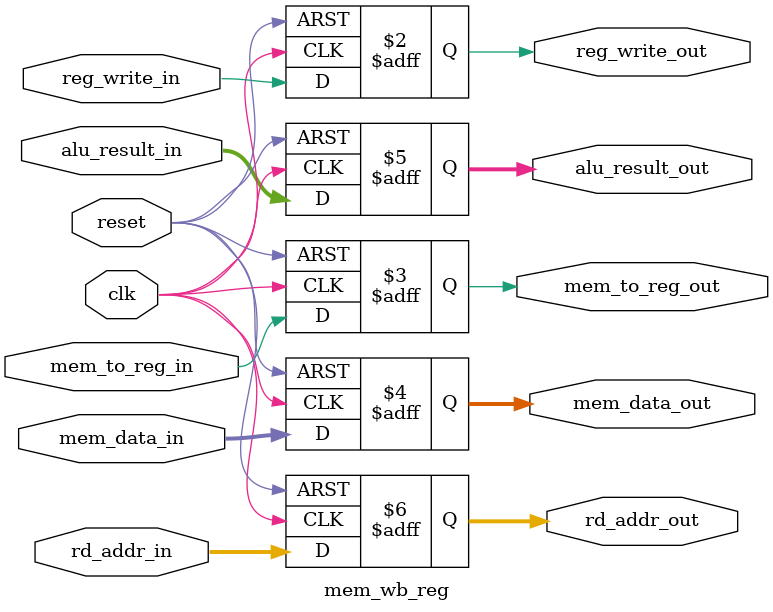
<source format=v>

module if_id_reg (
    input wire clk, reset, flush, stall,
    input wire [7:0] pc_in,
    input wire [15:0] instr_in,
    output reg [7:0] pc_out,
    output reg [15:0] instr_out
);
    always @(posedge clk or posedge reset) begin
        if (reset || flush) begin
            pc_out <= 0; instr_out <= 0;
        end else if (!stall) begin
            pc_out <= pc_in; instr_out <= instr_in;
        end
    end
endmodule

module id_ex_reg (
    input wire clk, reset,
    input wire reg_write_in, mem_read_in, mem_write_in, alu_src_in, mem_to_reg_in,
    input wire [3:0] alu_control_in,
    input wire [7:0] pc_in, reg1_data_in, reg2_data_in, imm_in,
    input wire [2:0] rs1_addr_in, rs2_addr_in, rd_addr_in,
    output reg reg_write_out, mem_read_out, mem_write_out, alu_src_out, mem_to_reg_out,
    output reg [3:0] alu_control_out,
    output reg [7:0] pc_out, reg1_data_out, reg2_data_out, imm_out,
    output reg [2:0] rs1_addr_out, rs2_addr_out, rd_addr_out
);
    always @(posedge clk or posedge reset) begin
        if (reset) begin
            reg_write_out <= 0; mem_read_out <= 0; mem_write_out <= 0; 
            alu_src_out <= 0; mem_to_reg_out <= 0; alu_control_out <= 0;
            pc_out <= 0; reg1_data_out <= 0; reg2_data_out <= 0; imm_out <= 0;
            rs1_addr_out <= 0; rs2_addr_out <= 0; rd_addr_out <= 0;
        end else begin
            reg_write_out <= reg_write_in; mem_read_out <= mem_read_in; 
            mem_write_out <= mem_write_in; alu_src_out <= alu_src_in; 
            mem_to_reg_out <= mem_to_reg_in; alu_control_out <= alu_control_in;
            pc_out <= pc_in; reg1_data_out <= reg1_data_in; reg2_data_out <= reg2_data_in;
            imm_out <= imm_in; rs1_addr_out <= rs1_addr_in; rs2_addr_out <= rs2_addr_in;
            rd_addr_out <= rd_addr_in;
        end
    end
endmodule

module ex_mem_reg (
    input wire clk, reset,
    input wire reg_write_in, mem_read_in, mem_write_in, mem_to_reg_in,
    input wire [7:0] alu_result_in, write_data_in,
    input wire [2:0] rd_addr_in,
    output reg reg_write_out, mem_read_out, mem_write_out, mem_to_reg_out,
    output reg [7:0] alu_result_out, write_data_out,
    output reg [2:0] rd_addr_out
);
    always @(posedge clk or posedge reset) begin
        if (reset) begin
            reg_write_out <= 0; mem_read_out <= 0; mem_write_out <= 0; mem_to_reg_out <= 0;
            alu_result_out <= 0; write_data_out <= 0; rd_addr_out <= 0;
        end else begin
            reg_write_out <= reg_write_in; mem_read_out <= mem_read_in; 
            mem_write_out <= mem_write_in; mem_to_reg_out <= mem_to_reg_in;
            alu_result_out <= alu_result_in; write_data_out <= write_data_in;
            rd_addr_out <= rd_addr_in;
        end
    end
endmodule

module mem_wb_reg (
    input wire clk, reset,
    input wire reg_write_in, mem_to_reg_in,
    input wire [7:0] mem_data_in, alu_result_in,
    input wire [2:0] rd_addr_in,
    output reg reg_write_out, mem_to_reg_out,
    output reg [7:0] mem_data_out, alu_result_out,
    output reg [2:0] rd_addr_out
);
    always @(posedge clk or posedge reset) begin
        if (reset) begin
            reg_write_out <= 0; mem_to_reg_out <= 0;
            mem_data_out <= 0; alu_result_out <= 0; rd_addr_out <= 0;
        end else begin
            reg_write_out <= reg_write_in; mem_to_reg_out <= mem_to_reg_in;
            mem_data_out <= mem_data_in; alu_result_out <= alu_result_in;
            rd_addr_out <= rd_addr_in;
        end
    end
endmodule
</source>
